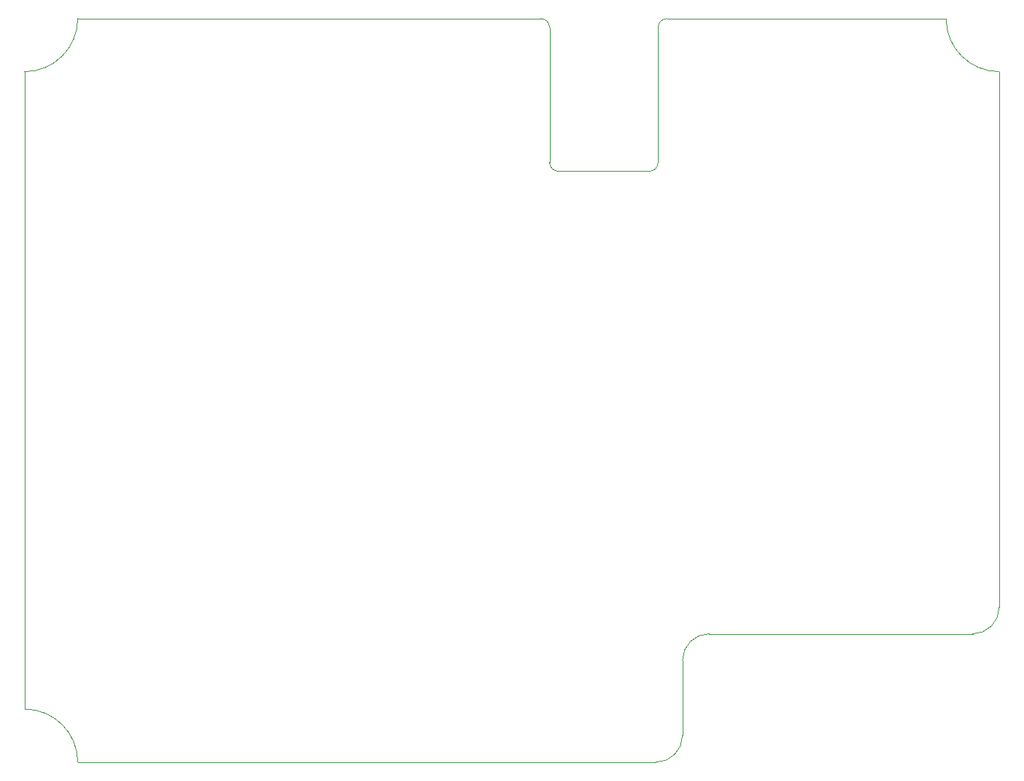
<source format=gbr>
G04 #@! TF.GenerationSoftware,KiCad,Pcbnew,(5.1.5-0-10_14)*
G04 #@! TF.CreationDate,2020-11-25T16:38:17+01:00*
G04 #@! TF.ProjectId,ab-mix,61622d6d-6978-42e6-9b69-6361645f7063,rev?*
G04 #@! TF.SameCoordinates,Original*
G04 #@! TF.FileFunction,Profile,NP*
%FSLAX46Y46*%
G04 Gerber Fmt 4.6, Leading zero omitted, Abs format (unit mm)*
G04 Created by KiCad (PCBNEW (5.1.5-0-10_14)) date 2020-11-25 16:38:17*
%MOMM*%
%LPD*%
G04 APERTURE LIST*
%ADD10C,0.050000*%
G04 APERTURE END LIST*
D10*
X117500000Y-58000000D02*
X149000000Y-58000000D01*
X51000000Y-58000000D02*
X103250000Y-58000000D01*
X116500000Y-74250000D02*
G75*
G02X115500000Y-75250000I-1000000J0D01*
G01*
X105250000Y-75250000D02*
G75*
G02X104250000Y-74250000I0J1000000D01*
G01*
X103250000Y-58000000D02*
G75*
G02X104250000Y-59000000I0J-1000000D01*
G01*
X116500000Y-59000000D02*
G75*
G02X117500000Y-58000000I1000000J0D01*
G01*
X116500000Y-74250000D02*
X116500000Y-59000000D01*
X105250000Y-75250000D02*
X115500000Y-75250000D01*
X104250000Y-59000000D02*
X104250000Y-74250000D01*
X51000000Y-58000000D02*
G75*
G02X45000000Y-64000000I-6000000J0D01*
G01*
X155000000Y-64000000D02*
G75*
G02X149000000Y-58000000I0J6000000D01*
G01*
X155000000Y-124500000D02*
G75*
G02X152000000Y-127500000I-3000000J0D01*
G01*
X119250000Y-130500000D02*
G75*
G02X122250000Y-127500000I3000000J0D01*
G01*
X119250000Y-139000000D02*
G75*
G02X116250000Y-142000000I-3000000J0D01*
G01*
X119250000Y-139000000D02*
X119250000Y-130500000D01*
X122250000Y-127500000D02*
X152000000Y-127500000D01*
X45000000Y-136000000D02*
G75*
G02X51000000Y-142000000I0J-6000000D01*
G01*
X116250000Y-142000000D02*
X51000000Y-142000000D01*
X155000000Y-64000000D02*
X155000000Y-124500000D01*
X45000000Y-136000000D02*
X45000000Y-64000000D01*
M02*

</source>
